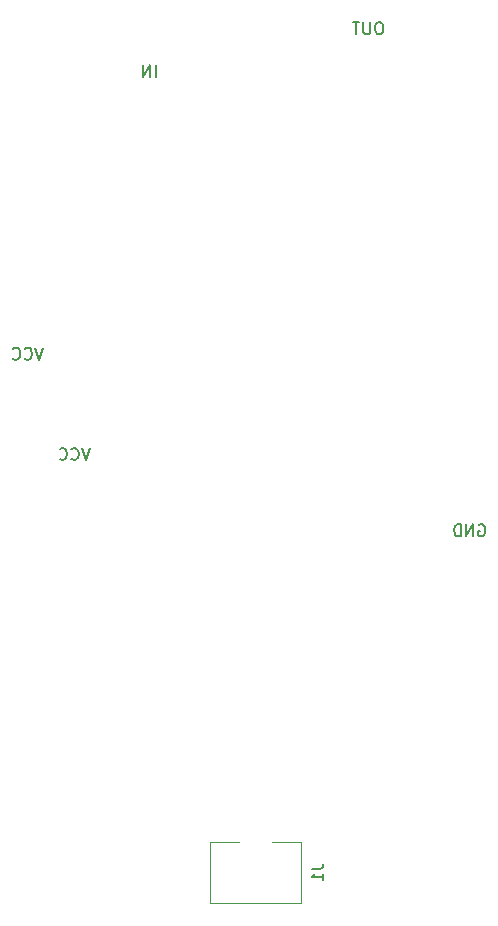
<source format=gbr>
%TF.GenerationSoftware,KiCad,Pcbnew,7.0.9*%
%TF.CreationDate,2024-02-16T18:49:12-08:00*%
%TF.ProjectId,DC32_Drear_Jeebus_SAO,44433332-5f44-4726-9561-725f4a656562,rev?*%
%TF.SameCoordinates,Original*%
%TF.FileFunction,Legend,Bot*%
%TF.FilePolarity,Positive*%
%FSLAX46Y46*%
G04 Gerber Fmt 4.6, Leading zero omitted, Abs format (unit mm)*
G04 Created by KiCad (PCBNEW 7.0.9) date 2024-02-16 18:49:12*
%MOMM*%
%LPD*%
G01*
G04 APERTURE LIST*
%ADD10C,0.150000*%
%ADD11C,0.120000*%
%ADD12C,0.100000*%
G04 APERTURE END LIST*
D10*
X141813808Y-76174819D02*
X141813808Y-75174819D01*
X141337618Y-76174819D02*
X141337618Y-75174819D01*
X141337618Y-75174819D02*
X140766190Y-76174819D01*
X140766190Y-76174819D02*
X140766190Y-75174819D01*
X136253332Y-107644819D02*
X135919999Y-108644819D01*
X135919999Y-108644819D02*
X135586666Y-107644819D01*
X134681904Y-108549580D02*
X134729523Y-108597200D01*
X134729523Y-108597200D02*
X134872380Y-108644819D01*
X134872380Y-108644819D02*
X134967618Y-108644819D01*
X134967618Y-108644819D02*
X135110475Y-108597200D01*
X135110475Y-108597200D02*
X135205713Y-108501961D01*
X135205713Y-108501961D02*
X135253332Y-108406723D01*
X135253332Y-108406723D02*
X135300951Y-108216247D01*
X135300951Y-108216247D02*
X135300951Y-108073390D01*
X135300951Y-108073390D02*
X135253332Y-107882914D01*
X135253332Y-107882914D02*
X135205713Y-107787676D01*
X135205713Y-107787676D02*
X135110475Y-107692438D01*
X135110475Y-107692438D02*
X134967618Y-107644819D01*
X134967618Y-107644819D02*
X134872380Y-107644819D01*
X134872380Y-107644819D02*
X134729523Y-107692438D01*
X134729523Y-107692438D02*
X134681904Y-107740057D01*
X133681904Y-108549580D02*
X133729523Y-108597200D01*
X133729523Y-108597200D02*
X133872380Y-108644819D01*
X133872380Y-108644819D02*
X133967618Y-108644819D01*
X133967618Y-108644819D02*
X134110475Y-108597200D01*
X134110475Y-108597200D02*
X134205713Y-108501961D01*
X134205713Y-108501961D02*
X134253332Y-108406723D01*
X134253332Y-108406723D02*
X134300951Y-108216247D01*
X134300951Y-108216247D02*
X134300951Y-108073390D01*
X134300951Y-108073390D02*
X134253332Y-107882914D01*
X134253332Y-107882914D02*
X134205713Y-107787676D01*
X134205713Y-107787676D02*
X134110475Y-107692438D01*
X134110475Y-107692438D02*
X133967618Y-107644819D01*
X133967618Y-107644819D02*
X133872380Y-107644819D01*
X133872380Y-107644819D02*
X133729523Y-107692438D01*
X133729523Y-107692438D02*
X133681904Y-107740057D01*
X160839999Y-71584819D02*
X160649523Y-71584819D01*
X160649523Y-71584819D02*
X160554285Y-71632438D01*
X160554285Y-71632438D02*
X160459047Y-71727676D01*
X160459047Y-71727676D02*
X160411428Y-71918152D01*
X160411428Y-71918152D02*
X160411428Y-72251485D01*
X160411428Y-72251485D02*
X160459047Y-72441961D01*
X160459047Y-72441961D02*
X160554285Y-72537200D01*
X160554285Y-72537200D02*
X160649523Y-72584819D01*
X160649523Y-72584819D02*
X160839999Y-72584819D01*
X160839999Y-72584819D02*
X160935237Y-72537200D01*
X160935237Y-72537200D02*
X161030475Y-72441961D01*
X161030475Y-72441961D02*
X161078094Y-72251485D01*
X161078094Y-72251485D02*
X161078094Y-71918152D01*
X161078094Y-71918152D02*
X161030475Y-71727676D01*
X161030475Y-71727676D02*
X160935237Y-71632438D01*
X160935237Y-71632438D02*
X160839999Y-71584819D01*
X159982856Y-71584819D02*
X159982856Y-72394342D01*
X159982856Y-72394342D02*
X159935237Y-72489580D01*
X159935237Y-72489580D02*
X159887618Y-72537200D01*
X159887618Y-72537200D02*
X159792380Y-72584819D01*
X159792380Y-72584819D02*
X159601904Y-72584819D01*
X159601904Y-72584819D02*
X159506666Y-72537200D01*
X159506666Y-72537200D02*
X159459047Y-72489580D01*
X159459047Y-72489580D02*
X159411428Y-72394342D01*
X159411428Y-72394342D02*
X159411428Y-71584819D01*
X159078094Y-71584819D02*
X158506666Y-71584819D01*
X158792380Y-72584819D02*
X158792380Y-71584819D01*
X132293332Y-99144819D02*
X131959999Y-100144819D01*
X131959999Y-100144819D02*
X131626666Y-99144819D01*
X130721904Y-100049580D02*
X130769523Y-100097200D01*
X130769523Y-100097200D02*
X130912380Y-100144819D01*
X130912380Y-100144819D02*
X131007618Y-100144819D01*
X131007618Y-100144819D02*
X131150475Y-100097200D01*
X131150475Y-100097200D02*
X131245713Y-100001961D01*
X131245713Y-100001961D02*
X131293332Y-99906723D01*
X131293332Y-99906723D02*
X131340951Y-99716247D01*
X131340951Y-99716247D02*
X131340951Y-99573390D01*
X131340951Y-99573390D02*
X131293332Y-99382914D01*
X131293332Y-99382914D02*
X131245713Y-99287676D01*
X131245713Y-99287676D02*
X131150475Y-99192438D01*
X131150475Y-99192438D02*
X131007618Y-99144819D01*
X131007618Y-99144819D02*
X130912380Y-99144819D01*
X130912380Y-99144819D02*
X130769523Y-99192438D01*
X130769523Y-99192438D02*
X130721904Y-99240057D01*
X129721904Y-100049580D02*
X129769523Y-100097200D01*
X129769523Y-100097200D02*
X129912380Y-100144819D01*
X129912380Y-100144819D02*
X130007618Y-100144819D01*
X130007618Y-100144819D02*
X130150475Y-100097200D01*
X130150475Y-100097200D02*
X130245713Y-100001961D01*
X130245713Y-100001961D02*
X130293332Y-99906723D01*
X130293332Y-99906723D02*
X130340951Y-99716247D01*
X130340951Y-99716247D02*
X130340951Y-99573390D01*
X130340951Y-99573390D02*
X130293332Y-99382914D01*
X130293332Y-99382914D02*
X130245713Y-99287676D01*
X130245713Y-99287676D02*
X130150475Y-99192438D01*
X130150475Y-99192438D02*
X130007618Y-99144819D01*
X130007618Y-99144819D02*
X129912380Y-99144819D01*
X129912380Y-99144819D02*
X129769523Y-99192438D01*
X129769523Y-99192438D02*
X129721904Y-99240057D01*
X169171904Y-114142438D02*
X169267142Y-114094819D01*
X169267142Y-114094819D02*
X169409999Y-114094819D01*
X169409999Y-114094819D02*
X169552856Y-114142438D01*
X169552856Y-114142438D02*
X169648094Y-114237676D01*
X169648094Y-114237676D02*
X169695713Y-114332914D01*
X169695713Y-114332914D02*
X169743332Y-114523390D01*
X169743332Y-114523390D02*
X169743332Y-114666247D01*
X169743332Y-114666247D02*
X169695713Y-114856723D01*
X169695713Y-114856723D02*
X169648094Y-114951961D01*
X169648094Y-114951961D02*
X169552856Y-115047200D01*
X169552856Y-115047200D02*
X169409999Y-115094819D01*
X169409999Y-115094819D02*
X169314761Y-115094819D01*
X169314761Y-115094819D02*
X169171904Y-115047200D01*
X169171904Y-115047200D02*
X169124285Y-114999580D01*
X169124285Y-114999580D02*
X169124285Y-114666247D01*
X169124285Y-114666247D02*
X169314761Y-114666247D01*
X168695713Y-115094819D02*
X168695713Y-114094819D01*
X168695713Y-114094819D02*
X168124285Y-115094819D01*
X168124285Y-115094819D02*
X168124285Y-114094819D01*
X167648094Y-115094819D02*
X167648094Y-114094819D01*
X167648094Y-114094819D02*
X167409999Y-114094819D01*
X167409999Y-114094819D02*
X167267142Y-114142438D01*
X167267142Y-114142438D02*
X167171904Y-114237676D01*
X167171904Y-114237676D02*
X167124285Y-114332914D01*
X167124285Y-114332914D02*
X167076666Y-114523390D01*
X167076666Y-114523390D02*
X167076666Y-114666247D01*
X167076666Y-114666247D02*
X167124285Y-114856723D01*
X167124285Y-114856723D02*
X167171904Y-114951961D01*
X167171904Y-114951961D02*
X167267142Y-115047200D01*
X167267142Y-115047200D02*
X167409999Y-115094819D01*
X167409999Y-115094819D02*
X167648094Y-115094819D01*
X169171904Y-114142438D02*
X169267142Y-114094819D01*
X169267142Y-114094819D02*
X169409999Y-114094819D01*
X169409999Y-114094819D02*
X169552856Y-114142438D01*
X169552856Y-114142438D02*
X169648094Y-114237676D01*
X169648094Y-114237676D02*
X169695713Y-114332914D01*
X169695713Y-114332914D02*
X169743332Y-114523390D01*
X169743332Y-114523390D02*
X169743332Y-114666247D01*
X169743332Y-114666247D02*
X169695713Y-114856723D01*
X169695713Y-114856723D02*
X169648094Y-114951961D01*
X169648094Y-114951961D02*
X169552856Y-115047200D01*
X169552856Y-115047200D02*
X169409999Y-115094819D01*
X169409999Y-115094819D02*
X169314761Y-115094819D01*
X169314761Y-115094819D02*
X169171904Y-115047200D01*
X169171904Y-115047200D02*
X169124285Y-114999580D01*
X169124285Y-114999580D02*
X169124285Y-114666247D01*
X169124285Y-114666247D02*
X169314761Y-114666247D01*
X168695713Y-115094819D02*
X168695713Y-114094819D01*
X168695713Y-114094819D02*
X168124285Y-115094819D01*
X168124285Y-115094819D02*
X168124285Y-114094819D01*
X167648094Y-115094819D02*
X167648094Y-114094819D01*
X167648094Y-114094819D02*
X167409999Y-114094819D01*
X167409999Y-114094819D02*
X167267142Y-114142438D01*
X167267142Y-114142438D02*
X167171904Y-114237676D01*
X167171904Y-114237676D02*
X167124285Y-114332914D01*
X167124285Y-114332914D02*
X167076666Y-114523390D01*
X167076666Y-114523390D02*
X167076666Y-114666247D01*
X167076666Y-114666247D02*
X167124285Y-114856723D01*
X167124285Y-114856723D02*
X167171904Y-114951961D01*
X167171904Y-114951961D02*
X167267142Y-115047200D01*
X167267142Y-115047200D02*
X167409999Y-115094819D01*
X167409999Y-115094819D02*
X167648094Y-115094819D01*
X155024819Y-143236666D02*
X155739104Y-143236666D01*
X155739104Y-143236666D02*
X155881961Y-143189047D01*
X155881961Y-143189047D02*
X155977200Y-143093809D01*
X155977200Y-143093809D02*
X156024819Y-142950952D01*
X156024819Y-142950952D02*
X156024819Y-142855714D01*
X156024819Y-144236666D02*
X156024819Y-143665238D01*
X156024819Y-143950952D02*
X155024819Y-143950952D01*
X155024819Y-143950952D02*
X155167676Y-143855714D01*
X155167676Y-143855714D02*
X155262914Y-143760476D01*
X155262914Y-143760476D02*
X155310533Y-143665238D01*
D11*
%TO.C,J1*%
X146390000Y-146170000D02*
X146390000Y-140970000D01*
X154130000Y-146170000D02*
X146390000Y-146170000D01*
D12*
X154130000Y-146170000D02*
X154130000Y-140970000D01*
X146390000Y-140970000D02*
X148890000Y-140970000D01*
X154130000Y-140970000D02*
X151630000Y-140970000D01*
%TD*%
M02*

</source>
